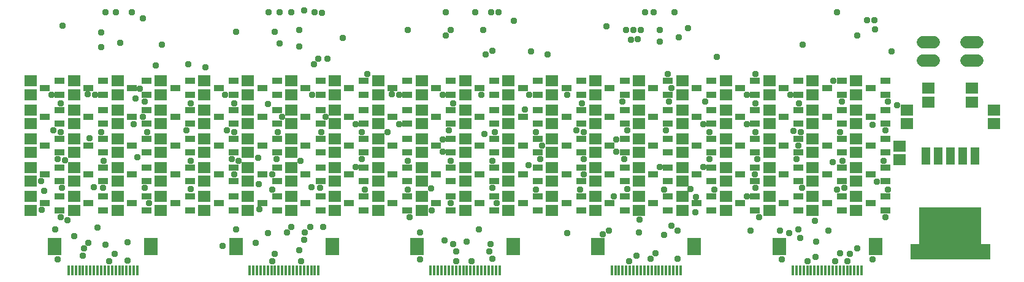
<source format=gbr>
G04 EAGLE Gerber RS-274X export*
G75*
%MOMM*%
%FSLAX34Y34*%
%LPD*%
%INSoldermask Top*%
%IPPOS*%
%AMOC8*
5,1,8,0,0,1.08239X$1,22.5*%
G01*
%ADD10R,0.400000X1.400000*%
%ADD11R,1.900000X2.350000*%
%ADD12C,1.727200*%
%ADD13R,1.273200X2.363200*%
%ADD14R,1.703200X1.503200*%
%ADD15R,1.383300X0.812400*%
%ADD16C,0.959600*%

G36*
X1325047Y32737D02*
X1325047Y32737D01*
X1325042Y32744D01*
X1325049Y32750D01*
X1325049Y53850D01*
X1325013Y53897D01*
X1325006Y53892D01*
X1325000Y53899D01*
X1312699Y53899D01*
X1312699Y104650D01*
X1312663Y104697D01*
X1312656Y104692D01*
X1312650Y104699D01*
X1227350Y104699D01*
X1227303Y104663D01*
X1227308Y104656D01*
X1227301Y104650D01*
X1227301Y53899D01*
X1215000Y53899D01*
X1214953Y53863D01*
X1214958Y53856D01*
X1214951Y53850D01*
X1214951Y32750D01*
X1214987Y32703D01*
X1214994Y32708D01*
X1215000Y32701D01*
X1325000Y32701D01*
X1325047Y32737D01*
G37*
D10*
X147500Y17500D03*
X142500Y17500D03*
X137500Y17500D03*
X132500Y17500D03*
X127500Y17500D03*
X122500Y17500D03*
X117500Y17500D03*
X112500Y17500D03*
X107500Y17500D03*
X102500Y17500D03*
X97500Y17500D03*
X92500Y17500D03*
X87500Y17500D03*
X82500Y17500D03*
X77500Y17500D03*
X72500Y17500D03*
X67500Y17500D03*
X62500Y17500D03*
X57500Y17500D03*
X52500Y17500D03*
D11*
X33500Y50000D03*
X166500Y50000D03*
D10*
X397500Y17500D03*
X392500Y17500D03*
X387500Y17500D03*
X382500Y17500D03*
X377500Y17500D03*
X372500Y17500D03*
X367500Y17500D03*
X362500Y17500D03*
X357500Y17500D03*
X352500Y17500D03*
X347500Y17500D03*
X342500Y17500D03*
X337500Y17500D03*
X332500Y17500D03*
X327500Y17500D03*
X322500Y17500D03*
X317500Y17500D03*
X312500Y17500D03*
X307500Y17500D03*
X302500Y17500D03*
D11*
X283500Y50000D03*
X416500Y50000D03*
D10*
X647500Y17500D03*
X642500Y17500D03*
X637500Y17500D03*
X632500Y17500D03*
X627500Y17500D03*
X622500Y17500D03*
X617500Y17500D03*
X612500Y17500D03*
X607500Y17500D03*
X602500Y17500D03*
X597500Y17500D03*
X592500Y17500D03*
X587500Y17500D03*
X582500Y17500D03*
X577500Y17500D03*
X572500Y17500D03*
X567500Y17500D03*
X562500Y17500D03*
X557500Y17500D03*
X552500Y17500D03*
D11*
X533500Y50000D03*
X666500Y50000D03*
D10*
X897500Y17500D03*
X892500Y17500D03*
X887500Y17500D03*
X882500Y17500D03*
X877500Y17500D03*
X872500Y17500D03*
X867500Y17500D03*
X862500Y17500D03*
X857500Y17500D03*
X852500Y17500D03*
X847500Y17500D03*
X842500Y17500D03*
X837500Y17500D03*
X832500Y17500D03*
X827500Y17500D03*
X822500Y17500D03*
X817500Y17500D03*
X812500Y17500D03*
X807500Y17500D03*
X802500Y17500D03*
D11*
X783500Y50000D03*
X916500Y50000D03*
D10*
X1147500Y17500D03*
X1142500Y17500D03*
X1137500Y17500D03*
X1132500Y17500D03*
X1127500Y17500D03*
X1122500Y17500D03*
X1117500Y17500D03*
X1112500Y17500D03*
X1107500Y17500D03*
X1102500Y17500D03*
X1097500Y17500D03*
X1092500Y17500D03*
X1087500Y17500D03*
X1082500Y17500D03*
X1077500Y17500D03*
X1072500Y17500D03*
X1067500Y17500D03*
X1062500Y17500D03*
X1057500Y17500D03*
X1052500Y17500D03*
D11*
X1033500Y50000D03*
X1166500Y50000D03*
D12*
X1232380Y332700D02*
X1247620Y332700D01*
X1247620Y307300D02*
X1232380Y307300D01*
X1292380Y332700D02*
X1307620Y332700D01*
X1307620Y307300D02*
X1292380Y307300D01*
D13*
X1304000Y175450D03*
X1287000Y175450D03*
X1270000Y175450D03*
X1253000Y175450D03*
X1236000Y175450D03*
D14*
X1300000Y250500D03*
X1300000Y269500D03*
X1240000Y250500D03*
X1240000Y269500D03*
X1210000Y220500D03*
X1210000Y239500D03*
X1200000Y170500D03*
X1200000Y189500D03*
X1330000Y239500D03*
X1330000Y220500D03*
D15*
X220245Y100500D03*
X220245Y119500D03*
X199755Y110000D03*
X160245Y260500D03*
X160245Y279500D03*
X139755Y270000D03*
X1000245Y260500D03*
X1000245Y279500D03*
X979755Y270000D03*
X100245Y100500D03*
X100245Y119500D03*
X79755Y110000D03*
X100245Y140500D03*
X100245Y159500D03*
X79755Y150000D03*
X100245Y180500D03*
X100245Y199500D03*
X79755Y190000D03*
X100245Y220500D03*
X100245Y239500D03*
X79755Y230000D03*
X100245Y260500D03*
X100245Y279500D03*
X79755Y270000D03*
X40245Y100500D03*
X40245Y119500D03*
X19755Y110000D03*
X40245Y140500D03*
X40245Y159500D03*
X19755Y150000D03*
X40245Y180500D03*
X40245Y199500D03*
X19755Y190000D03*
X40245Y220500D03*
X40245Y239500D03*
X19755Y230000D03*
X220245Y140500D03*
X220245Y159500D03*
X199755Y150000D03*
X40245Y260500D03*
X40245Y279500D03*
X19755Y270000D03*
X460245Y100500D03*
X460245Y119500D03*
X439755Y110000D03*
X460245Y140500D03*
X460245Y159500D03*
X439755Y150000D03*
X460245Y180500D03*
X460245Y199500D03*
X439755Y190000D03*
X460245Y220500D03*
X460245Y239500D03*
X439755Y230000D03*
X460245Y260500D03*
X460245Y279500D03*
X439755Y270000D03*
X400245Y100500D03*
X400245Y119500D03*
X379755Y110000D03*
X400245Y140500D03*
X400245Y159500D03*
X379755Y150000D03*
X400245Y180500D03*
X400245Y199500D03*
X379755Y190000D03*
X400245Y220500D03*
X400245Y239500D03*
X379755Y230000D03*
X220245Y180500D03*
X220245Y199500D03*
X199755Y190000D03*
X400245Y260500D03*
X400245Y279500D03*
X379755Y270000D03*
X340245Y100500D03*
X340245Y119500D03*
X319755Y110000D03*
X340245Y140500D03*
X340245Y159500D03*
X319755Y150000D03*
X340245Y180500D03*
X340245Y199500D03*
X319755Y190000D03*
X340245Y220500D03*
X340245Y239500D03*
X319755Y230000D03*
X340245Y260500D03*
X340245Y279500D03*
X319755Y270000D03*
X280245Y100500D03*
X280245Y119500D03*
X259755Y110000D03*
X280245Y140500D03*
X280245Y159500D03*
X259755Y150000D03*
X280245Y180500D03*
X280245Y199500D03*
X259755Y190000D03*
X280245Y220500D03*
X280245Y239500D03*
X259755Y230000D03*
X220245Y220500D03*
X220245Y239500D03*
X199755Y230000D03*
X280245Y260500D03*
X280245Y279500D03*
X259755Y270000D03*
X700245Y100500D03*
X700245Y119500D03*
X679755Y110000D03*
X700245Y140500D03*
X700245Y159500D03*
X679755Y150000D03*
X700245Y180500D03*
X700245Y199500D03*
X679755Y190000D03*
X700245Y220500D03*
X700245Y239500D03*
X679755Y230000D03*
X700245Y260500D03*
X700245Y279500D03*
X679755Y270000D03*
X640245Y100500D03*
X640245Y119500D03*
X619755Y110000D03*
X640245Y140500D03*
X640245Y159500D03*
X619755Y150000D03*
X640245Y180500D03*
X640245Y199500D03*
X619755Y190000D03*
X640245Y220500D03*
X640245Y239500D03*
X619755Y230000D03*
X220245Y260500D03*
X220245Y279500D03*
X199755Y270000D03*
X640245Y260500D03*
X640245Y279500D03*
X619755Y270000D03*
X580245Y100500D03*
X580245Y119500D03*
X559755Y110000D03*
X580245Y140500D03*
X580245Y159500D03*
X559755Y150000D03*
X580245Y180500D03*
X580245Y199500D03*
X559755Y190000D03*
X580245Y220500D03*
X580245Y239500D03*
X559755Y230000D03*
X580245Y260500D03*
X580245Y279500D03*
X559755Y270000D03*
X520245Y100500D03*
X520245Y119500D03*
X499755Y110000D03*
X520245Y140500D03*
X520245Y159500D03*
X499755Y150000D03*
X520245Y180500D03*
X520245Y199500D03*
X499755Y190000D03*
X520245Y220500D03*
X520245Y239500D03*
X499755Y230000D03*
X160245Y100500D03*
X160245Y119500D03*
X139755Y110000D03*
X520245Y260500D03*
X520245Y279500D03*
X499755Y270000D03*
X940245Y100500D03*
X940245Y119500D03*
X919755Y110000D03*
X940245Y140500D03*
X940245Y159500D03*
X919755Y150000D03*
X940245Y180500D03*
X940245Y199500D03*
X919755Y190000D03*
X940245Y220500D03*
X940245Y239500D03*
X919755Y230000D03*
X940245Y260500D03*
X940245Y279500D03*
X919755Y270000D03*
X880245Y100500D03*
X880245Y119500D03*
X859755Y110000D03*
X880245Y140500D03*
X880245Y159500D03*
X859755Y150000D03*
X880245Y180500D03*
X880245Y199500D03*
X859755Y190000D03*
X880245Y220500D03*
X880245Y239500D03*
X859755Y230000D03*
X160245Y140500D03*
X160245Y159500D03*
X139755Y150000D03*
X880245Y260500D03*
X880245Y279500D03*
X859755Y270000D03*
X820245Y100500D03*
X820245Y119500D03*
X799755Y110000D03*
X820245Y140500D03*
X820245Y159500D03*
X799755Y150000D03*
X820245Y180500D03*
X820245Y199500D03*
X799755Y190000D03*
X820245Y220500D03*
X820245Y239500D03*
X799755Y230000D03*
X820245Y260500D03*
X820245Y279500D03*
X799755Y270000D03*
X760245Y100500D03*
X760245Y119500D03*
X739755Y110000D03*
X760245Y140500D03*
X760245Y159500D03*
X739755Y150000D03*
X760245Y180500D03*
X760245Y199500D03*
X739755Y190000D03*
X760245Y220500D03*
X760245Y239500D03*
X739755Y230000D03*
X160245Y180500D03*
X160245Y199500D03*
X139755Y190000D03*
X760245Y260500D03*
X760245Y279500D03*
X739755Y270000D03*
X1180245Y100500D03*
X1180245Y119500D03*
X1159755Y110000D03*
X1180245Y140500D03*
X1180245Y159500D03*
X1159755Y150000D03*
X1180245Y180500D03*
X1180245Y199500D03*
X1159755Y190000D03*
X1180245Y220500D03*
X1180245Y239500D03*
X1159755Y230000D03*
X1180245Y260500D03*
X1180245Y279500D03*
X1159755Y270000D03*
X1120245Y100500D03*
X1120245Y119500D03*
X1099755Y110000D03*
X1120245Y140500D03*
X1120245Y159500D03*
X1099755Y150000D03*
X1120245Y180500D03*
X1120245Y199500D03*
X1099755Y190000D03*
X1120245Y220500D03*
X1120245Y239500D03*
X1099755Y230000D03*
X160245Y220500D03*
X160245Y239500D03*
X139755Y230000D03*
X1120245Y260500D03*
X1120245Y279500D03*
X1099755Y270000D03*
X1060245Y100500D03*
X1060245Y119500D03*
X1039755Y110000D03*
X1060245Y140500D03*
X1060245Y159500D03*
X1039755Y150000D03*
X1060245Y180500D03*
X1060245Y199500D03*
X1039755Y190000D03*
X1060245Y220500D03*
X1060245Y239500D03*
X1039755Y230000D03*
X1060245Y260500D03*
X1060245Y279500D03*
X1039755Y270000D03*
X1000245Y100500D03*
X1000245Y119500D03*
X979755Y110000D03*
X1000245Y140500D03*
X1000245Y159500D03*
X979755Y150000D03*
X1000245Y180500D03*
X1000245Y199500D03*
X979755Y190000D03*
X1000245Y220500D03*
X1000245Y239500D03*
X979755Y230000D03*
D14*
X180000Y100500D03*
X180000Y119500D03*
X120000Y260500D03*
X120000Y279500D03*
X960000Y260500D03*
X960000Y279500D03*
X60000Y100500D03*
X60000Y119500D03*
X60000Y140500D03*
X60000Y159500D03*
X60000Y180500D03*
X60000Y199500D03*
X60000Y220500D03*
X60000Y239500D03*
X60000Y260500D03*
X60000Y279500D03*
X0Y100500D03*
X0Y119500D03*
X0Y140500D03*
X0Y159500D03*
X0Y180500D03*
X0Y199500D03*
X0Y220500D03*
X0Y239500D03*
X180000Y140500D03*
X180000Y159500D03*
X0Y260500D03*
X0Y279500D03*
X420000Y100500D03*
X420000Y119500D03*
X420000Y140500D03*
X420000Y159500D03*
X420000Y180500D03*
X420000Y199500D03*
X420000Y220500D03*
X420000Y239500D03*
X420000Y260500D03*
X420000Y279500D03*
X360000Y100500D03*
X360000Y119500D03*
X360000Y140500D03*
X360000Y159500D03*
X360000Y180500D03*
X360000Y199500D03*
X360000Y220500D03*
X360000Y239500D03*
X180000Y180500D03*
X180000Y199500D03*
X360000Y260500D03*
X360000Y279500D03*
X300000Y100500D03*
X300000Y119500D03*
X300000Y140500D03*
X300000Y159500D03*
X300000Y180500D03*
X300000Y199500D03*
X300000Y220500D03*
X300000Y239500D03*
X300000Y260500D03*
X300000Y279500D03*
X240000Y100500D03*
X240000Y119500D03*
X240000Y140500D03*
X240000Y159500D03*
X240000Y180500D03*
X240000Y199500D03*
X240000Y220500D03*
X240000Y239500D03*
X180000Y220500D03*
X180000Y239500D03*
X240000Y260500D03*
X240000Y279500D03*
X660000Y100500D03*
X660000Y119500D03*
X660000Y140500D03*
X660000Y159500D03*
X660000Y180500D03*
X660000Y199500D03*
X660000Y220500D03*
X660000Y239500D03*
X660000Y260500D03*
X660000Y279500D03*
X600000Y100500D03*
X600000Y119500D03*
X600000Y140500D03*
X600000Y159500D03*
X600000Y180500D03*
X600000Y199500D03*
X600000Y220500D03*
X600000Y239500D03*
X180000Y260500D03*
X180000Y279500D03*
X600000Y260500D03*
X600000Y279500D03*
X540000Y100500D03*
X540000Y119500D03*
X540000Y140500D03*
X540000Y159500D03*
X540000Y180500D03*
X540000Y199500D03*
X540000Y220500D03*
X540000Y239500D03*
X540000Y260500D03*
X540000Y279500D03*
X480000Y100500D03*
X480000Y119500D03*
X480000Y140500D03*
X480000Y159500D03*
X480000Y180500D03*
X480000Y199500D03*
X480000Y220500D03*
X480000Y239500D03*
X120000Y100500D03*
X120000Y119500D03*
X480000Y260500D03*
X480000Y279500D03*
X900000Y100500D03*
X900000Y119500D03*
X900000Y140500D03*
X900000Y159500D03*
X900000Y180500D03*
X900000Y199500D03*
X900000Y220500D03*
X900000Y239500D03*
X900000Y260500D03*
X900000Y279500D03*
X840000Y100500D03*
X840000Y119500D03*
X840000Y140500D03*
X840000Y159500D03*
X840000Y180500D03*
X840000Y199500D03*
X840000Y220500D03*
X840000Y239500D03*
X120000Y140500D03*
X120000Y159500D03*
X840000Y260500D03*
X840000Y279500D03*
X780000Y100500D03*
X780000Y119500D03*
X780000Y140500D03*
X780000Y159500D03*
X780000Y180500D03*
X780000Y199500D03*
X780000Y220500D03*
X780000Y239500D03*
X780000Y260500D03*
X780000Y279500D03*
X720000Y100500D03*
X720000Y119500D03*
X720000Y140500D03*
X720000Y159500D03*
X720000Y180500D03*
X720000Y199500D03*
X720000Y220500D03*
X720000Y239500D03*
X120000Y180500D03*
X120000Y199500D03*
X720000Y260500D03*
X720000Y279500D03*
X1140000Y100500D03*
X1140000Y119500D03*
X1140000Y140500D03*
X1140000Y159500D03*
X1140000Y180500D03*
X1140000Y199500D03*
X1140000Y220500D03*
X1140000Y239500D03*
X1140000Y260500D03*
X1140000Y279500D03*
X1080000Y100500D03*
X1080000Y119500D03*
X1080000Y140500D03*
X1080000Y159500D03*
X1080000Y180500D03*
X1080000Y199500D03*
X1080000Y220500D03*
X1080000Y239500D03*
X120000Y220500D03*
X120000Y239500D03*
X1080000Y260500D03*
X1080000Y279500D03*
X1020000Y100500D03*
X1020000Y119500D03*
X1020000Y140500D03*
X1020000Y159500D03*
X1020000Y180500D03*
X1020000Y199500D03*
X1020000Y220500D03*
X1020000Y239500D03*
X1020000Y260500D03*
X1020000Y279500D03*
X960000Y100500D03*
X960000Y119500D03*
X960000Y140500D03*
X960000Y159500D03*
X960000Y180500D03*
X960000Y199500D03*
X960000Y220500D03*
X960000Y239500D03*
D16*
X14449Y140551D03*
X15000Y101000D03*
X553000Y131000D03*
X554000Y100000D03*
X1065182Y131306D03*
X1083182Y86000D03*
X919000Y119000D03*
X918000Y98000D03*
X43068Y132000D03*
X51338Y87000D03*
X314000Y173000D03*
X315000Y137000D03*
X316000Y101648D03*
X221250Y130000D03*
X215000Y211250D03*
X133750Y31250D03*
X241250Y298750D03*
X133750Y56250D03*
X157500Y131250D03*
X116250Y40000D03*
X142500Y220000D03*
X108750Y30000D03*
X155000Y230000D03*
X103750Y52500D03*
X100000Y131250D03*
X92500Y76250D03*
X81250Y200000D03*
X80000Y55000D03*
X88750Y260000D03*
X73750Y47500D03*
X41250Y91250D03*
X72500Y37500D03*
X37500Y171250D03*
X60000Y65000D03*
X31250Y211250D03*
X33750Y73750D03*
X28750Y260000D03*
X37500Y32500D03*
X457500Y171250D03*
X386250Y77500D03*
X448750Y220000D03*
X378750Y70000D03*
X465000Y288750D03*
X377500Y60000D03*
X403750Y77500D03*
X373750Y30000D03*
X400000Y131250D03*
X371250Y45000D03*
X407500Y230000D03*
X360000Y77500D03*
X388750Y260000D03*
X353750Y70000D03*
X340000Y171250D03*
X337500Y40000D03*
X347500Y230000D03*
X333750Y30000D03*
X327500Y247500D03*
X327500Y68750D03*
X277500Y171250D03*
X311250Y55000D03*
X271250Y211250D03*
X283750Y73750D03*
X268750Y260000D03*
X265000Y51250D03*
X703750Y171250D03*
X637500Y33750D03*
X706250Y190000D03*
X633750Y43750D03*
X688750Y260000D03*
X635000Y53750D03*
X637500Y131250D03*
X618750Y73750D03*
X626250Y206250D03*
X608750Y30000D03*
X622500Y260000D03*
X602500Y57500D03*
X580000Y168750D03*
X587500Y30000D03*
X568750Y198750D03*
X587500Y43750D03*
X568750Y260000D03*
X583750Y53750D03*
X523750Y91250D03*
X571250Y58750D03*
X508750Y220000D03*
X537500Y70000D03*
X508750Y260000D03*
X537500Y32500D03*
X937500Y171250D03*
X893750Y33750D03*
X928750Y220000D03*
X893750Y72500D03*
X931250Y251250D03*
X885000Y78750D03*
X911250Y130000D03*
X875000Y66250D03*
X881250Y251250D03*
X856250Y33750D03*
X877500Y211250D03*
X862500Y41250D03*
X823750Y130000D03*
X840000Y70000D03*
X820000Y171250D03*
X836250Y37500D03*
X808750Y198750D03*
X841250Y87500D03*
X817500Y251250D03*
X826250Y30000D03*
X763750Y171250D03*
X798750Y72500D03*
X753750Y211250D03*
X790000Y67500D03*
X741250Y260000D03*
X741250Y68750D03*
X221250Y168750D03*
X181250Y330000D03*
X155000Y366250D03*
X140000Y375000D03*
X221250Y248750D03*
X217500Y302500D03*
X163750Y110000D03*
X147500Y173750D03*
X145000Y255000D03*
X151250Y268750D03*
X161250Y208750D03*
X172500Y301250D03*
X117500Y375000D03*
X157500Y251250D03*
X123750Y332500D03*
X87500Y132500D03*
X97500Y326250D03*
X97500Y346250D03*
X101250Y168750D03*
X97500Y208750D03*
X78750Y261250D03*
X103750Y375000D03*
X18500Y127750D03*
X47500Y170000D03*
X41250Y208750D03*
X41250Y248750D03*
X43750Y356250D03*
X461250Y128750D03*
X448750Y160000D03*
X457500Y208750D03*
X410000Y310000D03*
X392500Y375000D03*
X402500Y373750D03*
X431250Y338750D03*
X387500Y132500D03*
X391250Y302500D03*
X377500Y377500D03*
X372500Y168750D03*
X371250Y327500D03*
X371250Y350000D03*
X401250Y208750D03*
X360000Y375000D03*
X397500Y310000D03*
X333750Y128750D03*
X333750Y150000D03*
X341250Y208750D03*
X343750Y331250D03*
X343750Y375000D03*
X328750Y375000D03*
X337500Y347500D03*
X281250Y150000D03*
X287500Y168750D03*
X281250Y208750D03*
X281250Y248750D03*
X283750Y347500D03*
X697500Y128750D03*
X713750Y316250D03*
X667500Y362500D03*
X687500Y162500D03*
X697500Y208750D03*
X691250Y320000D03*
X636250Y375000D03*
X682500Y240000D03*
X646250Y375000D03*
X643750Y110000D03*
X637500Y168750D03*
X628750Y316250D03*
X625000Y350000D03*
X641250Y208750D03*
X613750Y375000D03*
X637500Y321250D03*
X580000Y110000D03*
X568750Y181250D03*
X577500Y211250D03*
X573750Y342500D03*
X573750Y375000D03*
X583750Y248750D03*
X580000Y350000D03*
X521250Y128750D03*
X521250Y168750D03*
X492500Y208750D03*
X498750Y261250D03*
X521250Y350000D03*
X943750Y128750D03*
X947500Y312500D03*
X907500Y352500D03*
X928750Y160000D03*
X937500Y208750D03*
X888750Y375000D03*
X895000Y340000D03*
X875000Y128750D03*
X868750Y160000D03*
X868750Y333750D03*
X868750Y350000D03*
X860000Y375000D03*
X885000Y270000D03*
X880000Y288750D03*
X805000Y120000D03*
X808750Y181250D03*
X838750Y337500D03*
X848750Y375000D03*
X823750Y211250D03*
X828750Y336250D03*
X842500Y350000D03*
X832500Y350000D03*
X822500Y350000D03*
X758750Y128750D03*
X763750Y150000D03*
X763750Y208750D03*
X761250Y248750D03*
X795000Y355000D03*
X1180000Y91250D03*
X1162500Y32500D03*
X1168750Y140000D03*
X1141250Y47500D03*
X1180000Y211250D03*
X1131250Y40000D03*
X1183750Y251250D03*
X1127500Y30000D03*
X1123750Y131250D03*
X1117500Y41250D03*
X1107500Y167500D03*
X1111250Y30000D03*
X1120000Y251250D03*
X1101250Y72500D03*
X1057500Y171250D03*
X1085000Y57500D03*
X1053750Y210000D03*
X1083750Y36250D03*
X1048750Y260000D03*
X1060000Y73750D03*
X1006250Y91250D03*
X1072500Y30000D03*
X1001250Y131250D03*
X1062500Y62500D03*
X1003750Y171250D03*
X1047500Y68750D03*
X988750Y220000D03*
X1035000Y72500D03*
X988750Y260000D03*
X1037500Y32500D03*
X1183750Y128750D03*
X1188750Y320000D03*
X1155000Y363750D03*
X1177500Y168750D03*
X1196250Y246250D03*
X1165000Y363750D03*
X1162500Y218750D03*
X1166250Y351250D03*
X1141250Y342500D03*
X1113750Y128750D03*
X1121250Y168750D03*
X1117500Y208750D03*
X1113750Y375000D03*
X1108750Y280000D03*
X993750Y72500D03*
X1060000Y190000D03*
X1063750Y208750D03*
X1061250Y248750D03*
X1066250Y330000D03*
X988750Y120000D03*
X1000000Y150000D03*
X1001250Y208750D03*
X1001250Y248750D03*
X1001250Y288750D03*
M02*

</source>
